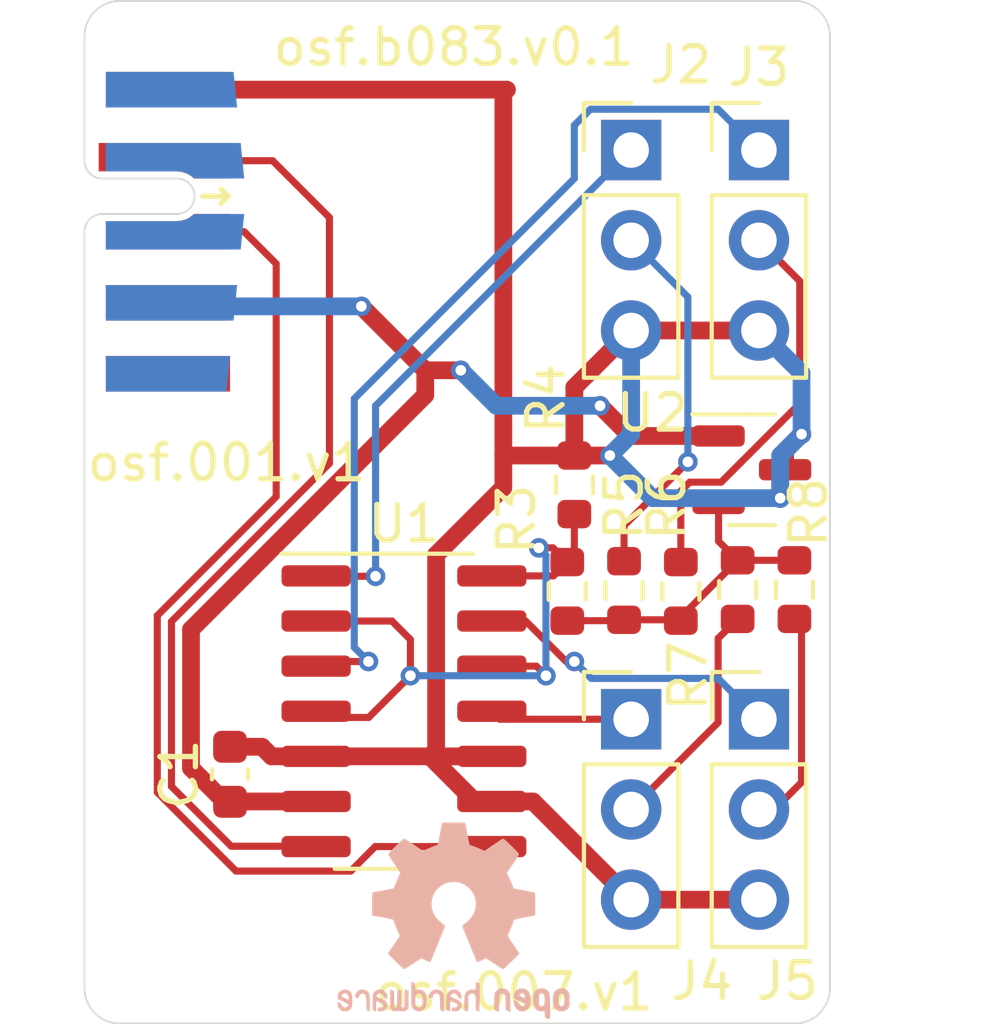
<source format=kicad_pcb>
(kicad_pcb (version 20211014) (generator pcbnew)
  (layers (0 "F.Cu" signal) (1 "In1.Cu" signal) (2 "In2.Cu" signal) (31 "B.Cu" signal) (34 "B.Paste" user) (35 "F.Paste" user) (36 "B.SilkS" user "B.Silkscreen") (37 "F.SilkS" user "F.Silkscreen") (38 "B.Mask" user) (39 "F.Mask" user) (44 "Edge.Cuts" user))
  (net 0 "")
  (net 1 "/5V")
  (net 2 "/3.3V")
  (net 3 "/ADC/SDA")
  (net 4 "/ADC/SCL")
  (net 6 "GND")
  (net 9 "/ADC/AD4+")
  (net 10 "Net-(R3-Pad1)")
  (net 11 "Net-(J2-Pad2)")
  (net 12 "/ADC/AD3+")
  (net 13 "Net-(J3-Pad2)")
  (net 14 "/ADC/AD2+")
  (net 15 "Net-(J4-Pad2)")
  (net 16 "/ADC/AD1-")
  (net 17 "/ADC/AD1+")
  (net 18 "Net-(J5-Pad2)")
  (footprint "on_edge:on_edge_2x05_device" (layer "F.Cu") (at 30 153.5 -90)
    (fp_text reference "J1")
    (fp_text value "001_I2C")
    (fp_line (start 0 0) (end 4 0) (layer "Edge.Cuts") (width 0.05))
    (fp_line (start -1.5 -2.6) (end -1.5 -0.5) (layer "Edge.Cuts") (width 0.05))
    (fp_line (start -0.5 -0.5) (end -0.5 -2.6) (layer "Edge.Cuts") (width 0.05))
    (fp_line (start -4 0) (end -2 0) (layer "Edge.Cuts") (width 0.05))
    (fp_arc (start 0 0) (mid -0.353553 -0.146447) (end -0.5 -0.5) (layer "Edge.Cuts") (width 0.05))
    (fp_arc (start -1.5 -2.6) (mid -1 -3.1) (end -0.5 -2.6) (layer "Edge.Cuts") (width 0.05))
    (fp_arc (start -1.5 -0.5) (mid -1.646447 -0.146447) (end -2 0) (layer "Edge.Cuts") (width 0.05))
    (pad "1" smd rect locked (at -4 -2.35 90) (size 1 3.5) (layers "F.Cu" "F.Mask") (net 6 "GND"))
    (pad "2" smd custom locked (at -2 -3.6 270) (size 1 1) (layers "F.Cu" "F.Mask") (net 3 "/ADC/SDA") (options (clearance outline) (anchor rect)) (primitives (gr_poly (pts (xy 0.5 0.52) (xy 0.48 0.54) (xy 0.44 0.59) (xy 0.4 0.65) (xy 0.37 0.7) (xy 0.35 0.75) (xy 0.33 0.81) (xy 0.31 0.89) (xy 0.3 1) (xy 0.3 3.2) (xy -0.5 3.2) (xy -0.5 -0.5) (xy 0.5 -0.5)) (width 0) (fill yes))))
    (pad "3" smd custom locked (at 0 -3.6 270) (size 1 1) (layers "F.Cu" "F.Mask") (net 4 "/ADC/SCL") (options (clearance outline) (anchor rect)) (primitives (gr_poly (pts (xy 0.5 3) (xy -0.3 3) (xy -0.3 1) (xy -0.31 0.89) (xy -0.33 0.81) (xy -0.35 0.75) (xy -0.37 0.7) (xy -0.4 0.65) (xy -0.44 0.59) (xy -0.48 0.54) (xy -0.5 0.52) (xy -0.5 -0.5) (xy 0.5 -0.5)) (width 0) (fill yes))))
    (pad "4" smd rect locked (at 2 -2.35 90) (size 1 3.5) (layers "F.Cu" "F.Mask"))
    (pad "5" smd rect locked (at 4 -2.35 90) (size 1 3.5) (layers "F.Cu" "F.Mask"))
    (pad "6" smd custom locked (at -4 -2.4 270) (size 1 3.6) (layers "B.Cu" "B.Mask") (options (clearance outline) (anchor rect)) (primitives (gr_poly (pts (xy 0.5 -1.8) (xy -0.5 -1.8) (xy 0.5 -1.9)) (width 0) (fill yes))))
    (pad "7" smd custom locked (at -2 -2.1 270) (size 0.4 0.4) (layers "B.Cu" "B.Mask") (options (clearance outline) (anchor rect)) (primitives (gr_poly (pts (xy 0.5 -0.99) (xy 0.48 -0.97) (xy 0.44 -0.92) (xy 0.4 -0.86) (xy 0.37 -0.81) (xy 0.35 -0.76) (xy 0.33 -0.7) (xy 0.31 -0.62) (xy 0.3 -0.51) (xy 0.3 1.5) (xy -0.5 1.5) (xy -0.5 -2.3) (xy 0.5 -2.4)) (width 0) (fill yes))))
    (pad "8" smd custom locked (at 0 -2.1 270) (size 0.4 0.4) (layers "B.Cu" "B.Mask") (options (clearance outline) (anchor rect)) (primitives (gr_poly (pts (xy 0.5 -2.3) (xy 0.5 1.5) (xy -0.3 1.5) (xy -0.3 -0.51) (xy -0.31 -0.62) (xy -0.33 -0.7) (xy -0.35 -0.76) (xy -0.37 -0.81) (xy -0.4 -0.86) (xy -0.44 -0.92) (xy -0.48 -0.97) (xy -0.5 -0.99) (xy -0.5 -2.4)) (width 0) (fill yes))))
    (pad "9" smd custom locked (at 2 -2.4 270) (size 1 3.6) (layers "B.Cu" "B.Mask") (net 2 "/3.3V") (options (clearance outline) (anchor rect)) (primitives (gr_poly (pts (xy 0.5 -1.8) (xy -0.5 -1.8) (xy -0.5 -1.9)) (width 0) (fill yes))))
    (pad "10" smd custom locked (at 4 -2.3 270) (size 1 3.4) (layers "B.Cu" "B.Mask") (net 1 "/5V") (options (clearance outline) (anchor rect)) (primitives (gr_poly (pts (xy 0.5 -1.7) (xy -0.5 -1.7) (xy -0.5 -1.8)) (width 0) (fill yes))))
  )
  (footprint "Connector_PinHeader_2.54mm:PinHeader_1x03_P2.54mm_Vertical" (layer "F.Cu") (at 45.4 151.2)
    (fp_text reference "J2" (at 1.4 -2.4) (layer "F.SilkS"))
    (fp_text value "Conn_01x03_Male")
    (pad "1" thru_hole rect locked (at 0 0) (size 1.7 1.7) (drill 1) (layers *.Cu *.Mask) (net 17 "/ADC/AD1+"))
    (pad "2" thru_hole oval locked (at 0 2.54) (size 1.7 1.7) (drill 1) (layers *.Cu *.Mask) (net 11 "Net-(J2-Pad2)"))
    (pad "3" thru_hole oval locked (at 0 5.08) (size 1.7 1.7) (drill 1) (layers *.Cu *.Mask) (net 6 "GND"))
  )
  (footprint "Package_SO:SOIC-14_3.9x8.7mm_P1.27mm" (layer "F.Cu") (at 39 167)
    (fp_text reference "U1" (at 0 -5.28) (layer "F.SilkS"))
    (fp_text value "MCP3428")
    (pad "1" smd roundrect locked (at -2.475 -3.81) (size 1.95 0.6) (layers "F.Cu" "F.Paste" "F.Mask") (net 17 "/ADC/AD1+"))
    (pad "2" smd roundrect locked (at -2.475 -2.54) (size 1.95 0.6) (layers "F.Cu" "F.Paste" "F.Mask") (net 16 "/ADC/AD1-"))
    (pad "3" smd roundrect locked (at -2.475 -1.27) (size 1.95 0.6) (layers "F.Cu" "F.Paste" "F.Mask") (net 14 "/ADC/AD2+"))
    (pad "4" smd roundrect locked (at -2.475 0) (size 1.95 0.6) (layers "F.Cu" "F.Paste" "F.Mask") (net 16 "/ADC/AD1-"))
    (pad "5" smd roundrect locked (at -2.475 1.27) (size 1.95 0.6) (layers "F.Cu" "F.Paste" "F.Mask") (net 6 "GND"))
    (pad "6" smd roundrect locked (at -2.475 2.54) (size 1.95 0.6) (layers "F.Cu" "F.Paste" "F.Mask") (net 2 "/3.3V"))
    (pad "7" smd roundrect locked (at -2.475 3.81) (size 1.95 0.6) (layers "F.Cu" "F.Paste" "F.Mask") (net 3 "/ADC/SDA"))
    (pad "8" smd roundrect locked (at 2.475 3.81) (size 1.95 0.6) (layers "F.Cu" "F.Paste" "F.Mask") (net 4 "/ADC/SCL"))
    (pad "9" smd roundrect locked (at 2.475 2.54) (size 1.95 0.6) (layers "F.Cu" "F.Paste" "F.Mask") (net 6 "GND"))
    (pad "10" smd roundrect locked (at 2.475 1.27) (size 1.95 0.6) (layers "F.Cu" "F.Paste" "F.Mask") (net 6 "GND"))
    (pad "11" smd roundrect locked (at 2.475 0) (size 1.95 0.6) (layers "F.Cu" "F.Paste" "F.Mask") (net 12 "/ADC/AD3+"))
    (pad "12" smd roundrect locked (at 2.475 -1.27) (size 1.95 0.6) (layers "F.Cu" "F.Paste" "F.Mask") (net 16 "/ADC/AD1-"))
    (pad "13" smd roundrect locked (at 2.475 -2.54) (size 1.95 0.6) (layers "F.Cu" "F.Paste" "F.Mask") (net 9 "/ADC/AD4+"))
    (pad "14" smd roundrect locked (at 2.475 -3.81) (size 1.95 0.6) (layers "F.Cu" "F.Paste" "F.Mask") (net 16 "/ADC/AD1-"))
  )
  (footprint "Connector_PinHeader_2.54mm:PinHeader_1x03_P2.54mm_Vertical" (layer "F.Cu") (at 49 151.2)
    (fp_text reference "J3" (at 0 -2.33) (layer "F.SilkS"))
    (fp_text value "Conn_01x03_Male")
    (pad "1" thru_hole rect locked (at 0 0) (size 1.7 1.7) (drill 1) (layers *.Cu *.Mask) (net 14 "/ADC/AD2+"))
    (pad "2" thru_hole oval locked (at 0 2.54) (size 1.7 1.7) (drill 1) (layers *.Cu *.Mask) (net 13 "Net-(J3-Pad2)"))
    (pad "3" thru_hole oval locked (at 0 5.08) (size 1.7 1.7) (drill 1) (layers *.Cu *.Mask) (net 6 "GND"))
  )
  (footprint "Package_TO_SOT_SMD:SOT-23" (layer "F.Cu") (at 48.8 160.2)
    (fp_text reference "U2" (at -2.8 -1.6) (layer "F.SilkS"))
    (fp_text value "REF3030")
    (pad "1" smd roundrect locked (at -0.9375 -0.95) (size 1.475 0.6) (layers "F.Cu" "F.Paste" "F.Mask") (net 2 "/3.3V"))
    (pad "2" smd roundrect locked (at -0.9375 0.95) (size 1.475 0.6) (layers "F.Cu" "F.Paste" "F.Mask") (net 10 "Net-(R3-Pad1)"))
    (pad "3" smd roundrect locked (at 0.9375 0) (size 1.475 0.6) (layers "F.Cu" "F.Paste" "F.Mask") (net 6 "GND"))
  )
  (footprint "Resistor_SMD:R_0603_1608Metric" (layer "F.Cu") (at 46.8 163.625 90)
    (fp_text reference "R6" (at 2.425 -0.4 90) (layer "F.SilkS"))
    (fp_text value "2k")
    (pad "1" smd roundrect locked (at -0.825 0 90) (size 0.8 0.95) (layers "F.Cu" "F.Paste" "F.Mask") (net 10 "Net-(R3-Pad1)"))
    (pad "2" smd roundrect locked (at 0.825 0 90) (size 0.8 0.95) (layers "F.Cu" "F.Paste" "F.Mask") (net 13 "Net-(J3-Pad2)"))
  )
  (footprint "Resistor_SMD:R_0603_1608Metric" (layer "F.Cu") (at 43.6 163.625 90)
    (fp_text reference "R3" (at 2.025 -1.43 90) (layer "F.SilkS"))
    (fp_text value "2k")
    (pad "1" smd roundrect locked (at -0.825 0 90) (size 0.8 0.95) (layers "F.Cu" "F.Paste" "F.Mask") (net 10 "Net-(R3-Pad1)"))
    (pad "2" smd roundrect locked (at 0.825 0 90) (size 0.8 0.95) (layers "F.Cu" "F.Paste" "F.Mask") (net 16 "/ADC/AD1-"))
  )
  (footprint "Connector_PinHeader_2.54mm:PinHeader_1x03_P2.54mm_Vertical" (layer "F.Cu") (at 45.4 167.225)
    (fp_text reference "J4" (at 2 7.375) (layer "F.SilkS"))
    (fp_text value "Conn_01x03_Male")
    (pad "1" thru_hole rect locked (at 0 0) (size 1.7 1.7) (drill 1) (layers *.Cu *.Mask) (net 12 "/ADC/AD3+"))
    (pad "2" thru_hole oval locked (at 0 2.54) (size 1.7 1.7) (drill 1) (layers *.Cu *.Mask) (net 15 "Net-(J4-Pad2)"))
    (pad "3" thru_hole oval locked (at 0 5.08) (size 1.7 1.7) (drill 1) (layers *.Cu *.Mask) (net 6 "GND"))
  )
  (footprint "Connector_PinHeader_2.54mm:PinHeader_1x03_P2.54mm_Vertical" (layer "F.Cu") (at 49 167.225)
    (fp_text reference "J5" (at 0.8 7.375) (layer "F.SilkS"))
    (fp_text value "Conn_01x03_Male")
    (pad "1" thru_hole rect locked (at 0 0) (size 1.7 1.7) (drill 1) (layers *.Cu *.Mask) (net 9 "/ADC/AD4+"))
    (pad "2" thru_hole oval locked (at 0 2.54) (size 1.7 1.7) (drill 1) (layers *.Cu *.Mask) (net 18 "Net-(J5-Pad2)"))
    (pad "3" thru_hole oval locked (at 0 5.08) (size 1.7 1.7) (drill 1) (layers *.Cu *.Mask) (net 6 "GND"))
  )
  (footprint "Capacitor_SMD:C_0603_1608Metric" (layer "F.Cu") (at 34.1 168.775 90)
    (fp_text reference "C1" (at 0 -1.43 90) (layer "F.SilkS"))
    (fp_text value "100nF")
    (pad "1" smd roundrect locked (at -0.775 0 90) (size 0.9 0.95) (layers "F.Cu" "F.Paste" "F.Mask") (net 2 "/3.3V"))
    (pad "2" smd roundrect locked (at 0.775 0 90) (size 0.9 0.95) (layers "F.Cu" "F.Paste" "F.Mask") (net 6 "GND"))
  )
  (footprint "Resistor_SMD:R_0603_1608Metric" (layer "F.Cu") (at 43.8 160.625 90)
    (fp_text reference "R4" (at 2.425 -0.8 90) (layer "F.SilkS"))
    (fp_text value "80R")
    (pad "1" smd roundrect locked (at -0.825 0 90) (size 0.8 0.95) (layers "F.Cu" "F.Paste" "F.Mask") (net 16 "/ADC/AD1-"))
    (pad "2" smd roundrect locked (at 0.825 0 90) (size 0.8 0.95) (layers "F.Cu" "F.Paste" "F.Mask") (net 6 "GND"))
  )
  (footprint "Resistor_SMD:R_0603_1608Metric" (layer "F.Cu") (at 45.2 163.6 90)
    (fp_text reference "R5" (at 2.4 0 90) (layer "F.SilkS"))
    (fp_text value "2k")
    (pad "1" smd roundrect locked (at -0.825 0 90) (size 0.8 0.95) (layers "F.Cu" "F.Paste" "F.Mask") (net 10 "Net-(R3-Pad1)"))
    (pad "2" smd roundrect locked (at 0.825 0 90) (size 0.8 0.95) (layers "F.Cu" "F.Paste" "F.Mask") (net 11 "Net-(J2-Pad2)"))
  )
  (footprint "Resistor_SMD:R_0603_1608Metric" (layer "F.Cu") (at 50 163.575 -90)
    (fp_text reference "R8" (at -2.175 -0.4 90) (layer "F.SilkS"))
    (fp_text value "2k")
    (pad "1" smd roundrect locked (at -0.825 0 270) (size 0.8 0.95) (layers "F.Cu" "F.Paste" "F.Mask") (net 10 "Net-(R3-Pad1)"))
    (pad "2" smd roundrect locked (at 0.825 0 270) (size 0.8 0.95) (layers "F.Cu" "F.Paste" "F.Mask") (net 18 "Net-(J5-Pad2)"))
  )
  (footprint "Resistor_SMD:R_0603_1608Metric" (layer "F.Cu") (at 48.4 163.575 -90)
    (fp_text reference "R7" (at 2.425 1.4 90) (layer "F.SilkS"))
    (fp_text value "2k")
    (pad "1" smd roundrect locked (at -0.825 0 270) (size 0.8 0.95) (layers "F.Cu" "F.Paste" "F.Mask") (net 10 "Net-(R3-Pad1)"))
    (pad "2" smd roundrect locked (at 0.825 0 270) (size 0.8 0.95) (layers "F.Cu" "F.Paste" "F.Mask") (net 15 "Net-(J4-Pad2)"))
  )
  (footprint "Symbol:OSHW-Logo2_7.3x6mm_SilkScreen" (layer "B.Cu") (at 40.4 172.892893 180)
    (fp_text reference "l1" hide)
    (fp_text value "Logo_Open_Hardware_Larg" hide)
  )
  (gr_line (start 31 175.792893) (end 36.5 175.792893) (layer "Edge.Cuts") (width 0.05))
  (gr_line (start 51 149.5) (end 51 148) (layer "Edge.Cuts") (width 0.05))
  (gr_arc (start 31 175.792893) (mid 30.292893 175.5) (end 30 174.792893) (layer "Edge.Cuts") (width 0.05))
  (gr_arc (start 50 147) (mid 50.707107 147.292893) (end 51 148) (layer "Edge.Cuts") (width 0.05))
  (gr_arc (start 51 174.792893) (mid 50.707107 175.5) (end 50 175.792893) (layer "Edge.Cuts") (width 0.05))
  (gr_line (start 30 157.5) (end 30 174.792893) (layer "Edge.Cuts") (width 0.05))
  (gr_arc (start 30 148) (mid 30.292893 147.292893) (end 31 147) (layer "Edge.Cuts") (width 0.05))
  (gr_line (start 36.5 147) (end 31 147) (layer "Edge.Cuts") (width 0.05))
  (gr_line (start 36.5 147) (end 50 147) (layer "Edge.Cuts") (width 0.05))
  (gr_line (start 30 149.5) (end 30 148) (layer "Edge.Cuts") (width 0.05))
  (gr_line (start 50 175.792893) (end 36.5 175.792893) (layer "Edge.Cuts") (width 0.05))
  (gr_line (start 51 174.792893) (end 51 149.5) (layer "Edge.Cuts") (width 0.05))
  (gr_text "osf.007.v1" (at 42.1 174.9) (layer "F.SilkS") (effects (font (size 1 1))))
  (gr_text "osf.b083.v0.1" (at 40.4 148.3) (layer "F.SilkS") (effects (font (size 1 1))))
  (gr_text "osf.001.v1" (at 34 160) (layer "F.SilkS") (effects (font (size 1 1))))
  (segment (start 34.1 169.55) (end 33.95 169.55) (width 0.5) (layer "F.Cu") (net 2))
  (segment (start 40.6 157.4) (end 39.6 157.4) (width 0.5) (layer "F.Cu") (net 2))
  (segment (start 33 164.7) (end 39.6 158.1) (width 0.5) (layer "F.Cu") (net 2))
  (segment (start 47.8625 159.25) (end 45.3745 159.25) (width 0.5) (layer "F.Cu") (net 2))
  (segment (start 33 168.6) (end 33 164.7) (width 0.5) (layer "F.Cu") (net 2))
  (segment (start 33.95 169.55) (end 33 168.6) (width 0.5) (layer "F.Cu") (net 2))
  (segment (start 36.525 169.54) (end 34.11 169.54) (width 0.5) (layer "F.Cu") (net 2))
  (segment (start 39.6 158.1) (end 39.6 157.4) (width 0.5) (layer "F.Cu") (net 2))
  (segment (start 34.11 169.54) (end 34.1 169.55) (width 0.5) (layer "F.Cu") (net 2))
  (segment (start 45.3745 159.25) (end 44.5245 158.4) (width 0.5) (layer "F.Cu") (net 2))
  (segment (start 39.6 157.4) (end 37.8 155.6) (width 0.5) (layer "F.Cu") (net 2))
  (via (at 37.8 155.6) (size 0.55) (drill 0.3) (layers "F.Cu" "B.Cu") (net 2))
  (via (at 40.6 157.4) (size 0.55) (drill 0.3) (layers "F.Cu" "B.Cu") (net 2))
  (via (at 44.5245 158.4) (size 0.55) (drill 0.3) (layers "F.Cu" "B.Cu") (net 2))
  (segment (start 44.5245 158.4) (end 41.6 158.4) (width 0.5) (layer "B.Cu") (net 2))
  (segment (start 37.8 155.6) (end 32.5 155.6) (width 0.5) (layer "B.Cu") (net 2))
  (segment (start 41.6 158.4) (end 40.6 157.4) (width 0.5) (layer "B.Cu") (net 2))
  (segment (start 32.5 155.6) (end 32.4 155.5) (width 0.5) (layer "B.Cu") (net 2))
  (segment (start 32.450481 164.472381) (end 32.45048 169.117263) (width 0.2) (layer "F.Cu") (net 3))
  (segment (start 33.6 151.5) (end 35.3 151.5) (width 0.2) (layer "F.Cu") (net 3))
  (segment (start 35.3 151.5) (end 36.9 153.1) (width 0.2) (layer "F.Cu") (net 3))
  (segment (start 36.9 153.1) (end 36.9 160.022862) (width 0.2) (layer "F.Cu") (net 3))
  (segment (start 34.133217 170.8) (end 36.515 170.8) (width 0.2) (layer "F.Cu") (net 3))
  (segment (start 32.45048 169.117263) (end 34.133217 170.8) (width 0.2) (layer "F.Cu") (net 3))
  (segment (start 36.515 170.8) (end 36.525 170.81) (width 0.2) (layer "F.Cu") (net 3))
  (segment (start 36.9 160.022862) (end 32.450481 164.472381) (width 0.2) (layer "F.Cu") (net 3))
  (segment (start 32.050962 164.306894) (end 32.050961 169.28275) (width 0.2) (layer "F.Cu") (net 4))
  (segment (start 35.4 160.957856) (end 32.050962 164.306894) (width 0.2) (layer "F.Cu") (net 4))
  (segment (start 38.19 170.81) (end 41.475 170.81) (width 0.2) (layer "F.Cu") (net 4))
  (segment (start 37.5 171.5) (end 38.19 170.81) (width 0.2) (layer "F.Cu") (net 4))
  (segment (start 32.050961 169.28275) (end 34.268211 171.5) (width 0.2) (layer "F.Cu") (net 4))
  (segment (start 33.6 153.5) (end 34.5 153.5) (width 0.2) (layer "F.Cu") (net 4))
  (segment (start 35.4 154.4) (end 35.4 160.957856) (width 0.2) (layer "F.Cu") (net 4))
  (segment (start 34.268211 171.5) (end 37.5 171.5) (width 0.2) (layer "F.Cu") (net 4))
  (segment (start 34.5 153.5) (end 35.4 154.4) (width 0.2) (layer "F.Cu") (net 4))
  (segment (start 41 169.54) (end 39.73 168.27) (width 0.5) (layer "F.Cu") (net 6))
  (segment (start 35.27 168.27) (end 36.525 168.27) (width 0.5) (layer "F.Cu") (net 6))
  (segment (start 39.73 168.27) (end 39.906286 168.093714) (width 0.5) (layer "F.Cu") (net 6))
  (segment (start 45.4 156.28) (end 49 156.28) (width 0.5) (layer "F.Cu") (net 6))
  (segment (start 49.7375 160.2) (end 49.7375 159.6625) (width 0.5) (layer "F.Cu") (net 6))
  (segment (start 39.906286 168.093714) (end 39.906286 162.593714) (width 0.5) (layer "F.Cu") (net 6))
  (segment (start 41.8 159.8) (end 41.8 149.6) (width 0.5) (layer "F.Cu") (net 6))
  (segment (start 45.4 172.305) (end 42.635 169.54) (width 0.5) (layer "F.Cu") (net 6))
  (segment (start 43.8 159.8) (end 43.8 157.88) (width 0.5) (layer "F.Cu") (net 6))
  (segment (start 32.35 149.5) (end 41.9 149.5) (width 0.5) (layer "F.Cu") (net 6))
  (segment (start 39.906286 162.593714) (end 41.8 160.7) (width 0.5) (layer "F.Cu") (net 6))
  (segment (start 42.635 169.54) (end 41.475 169.54) (width 0.5) (layer "F.Cu") (net 6))
  (segment (start 49 172.305) (end 45.4 172.305) (width 0.5) (layer "F.Cu") (net 6))
  (segment (start 36.525 168.27) (end 39.73 168.27) (width 0.5) (layer "F.Cu") (net 6))
  (segment (start 49.7375 159.6625) (end 50.2 159.2) (width 0.5) (layer "F.Cu") (net 6))
  (segment (start 35 168) (end 35.27 168.27) (width 0.5) (layer "F.Cu") (net 6))
  (segment (start 49.6 161) (end 49.6 160.3375) (width 0.5) (layer "F.Cu") (net 6))
  (segment (start 49.6 160.3375) (end 49.7375 160.2) (width 0.5) (layer "F.Cu") (net 6))
  (segment (start 41.8 160.7) (end 41.8 159.8) (width 0.5) (layer "F.Cu") (net 6))
  (segment (start 43.8 159.8) (end 41.8 159.8) (width 0.5) (layer "F.Cu") (net 6))
  (segment (start 43.8 159.8) (end 44.8 159.8) (width 0.5) (layer "F.Cu") (net 6))
  (segment (start 34.1 168) (end 35 168) (width 0.5) (layer "F.Cu") (net 6))
  (segment (start 41.475 169.54) (end 41 169.54) (width 0.5) (layer "F.Cu") (net 6))
  (segment (start 43.8 157.88) (end 45.4 156.28) (width 0.5) (layer "F.Cu") (net 6))
  (segment (start 41.8 149.6) (end 41.9 149.5) (width 0.5) (layer "F.Cu") (net 6))
  (segment (start 39.73 168.27) (end 41.475 168.27) (width 0.5) (layer "F.Cu") (net 6))
  (via (at 44.8 159.8) (size 0.55) (drill 0.3) (layers "F.Cu" "B.Cu") (net 6))
  (via (at 49.6 161) (size 0.55) (drill 0.3) (layers "F.Cu" "B.Cu") (net 6))
  (via (at 50.2 159.2) (size 0.55) (drill 0.3) (layers "F.Cu" "B.Cu") (net 6))
  (segment (start 50.2 159.2) (end 50.2 157.48) (width 0.5) (layer "B.Cu") (net 6))
  (segment (start 44.8 159.8) (end 45.4 159.2) (width 0.5) (layer "B.Cu") (net 6))
  (segment (start 50.2 157.48) (end 49 156.28) (width 0.5) (layer "B.Cu") (net 6))
  (segment (start 44.8 159.8) (end 46 161) (width 0.5) (layer "B.Cu") (net 6))
  (segment (start 45.4 159.2) (end 45.4 156.28) (width 0.5) (layer "B.Cu") (net 6))
  (segment (start 46 161) (end 49.6 161) (width 0.5) (layer "B.Cu") (net 6))
  (segment (start 49.6 159.8) (end 50.2 159.2) (width 0.5) (layer "B.Cu") (net 6))
  (segment (start 49.6 161) (end 49.6 159.8) (width 0.5) (layer "B.Cu") (net 6))
  (segment (start 43.568573 165.6) (end 42.428573 164.46) (width 0.2) (layer "F.Cu") (net 9))
  (segment (start 42.428573 164.46) (end 41.475 164.46) (width 0.2) (layer "F.Cu") (net 9))
  (segment (start 43.8 165.6) (end 43.568573 165.6) (width 0.2) (layer "F.Cu") (net 9))
  (via (at 43.8 165.6) (size 0.55) (drill 0.3) (layers "F.Cu" "B.Cu") (net 9))
  (segment (start 47.850489 166.075489) (end 44.275489 166.075489) (width 0.2) (layer "B.Cu") (net 9))
  (segment (start 44.275489 166.075489) (end 43.8 165.6) (width 0.2) (layer "B.Cu") (net 9))
  (segment (start 49 167.225) (end 47.850489 166.075489) (width 0.2) (layer "B.Cu") (net 9))
  (segment (start 45.2 164.425) (end 46.775 164.425) (width 0.2) (layer "F.Cu") (net 10))
  (segment (start 46.775 164.425) (end 46.8 164.45) (width 0.2) (layer "F.Cu") (net 10))
  (segment (start 47.8625 161.15) (end 47.8625 162.2125) (width 0.2) (layer "F.Cu") (net 10))
  (segment (start 46.8 164.35) (end 48.4 162.75) (width 0.2) (layer "F.Cu") (net 10))
  (segment (start 47.8625 162.2125) (end 48.4 162.75) (width 0.2) (layer "F.Cu") (net 10))
  (segment (start 45.175 164.45) (end 45.2 164.425) (width 0.2) (layer "F.Cu") (net 10))
  (segment (start 43.6 164.45) (end 45.175 164.45) (width 0.2) (layer "F.Cu") (net 10))
  (segment (start 48.4 162.75) (end 50 162.75) (width 0.2) (layer "F.Cu") (net 10))
  (segment (start 46.8 164.45) (end 46.8 164.35) (width 0.2) (layer "F.Cu") (net 10))
  (segment (start 45.2 161.776337) (end 46.998047 159.97829) (width 0.2) (layer "F.Cu") (net 11))
  (segment (start 45.2 162.775) (end 45.2 161.776337) (width 0.2) (layer "F.Cu") (net 11))
  (via (at 46.998047 159.97829) (size 0.55) (drill 0.3) (layers "F.Cu" "B.Cu") (net 11))
  (segment (start 46.998047 155.338047) (end 45.4 153.74) (width 0.2) (layer "B.Cu") (net 11))
  (segment (start 46.998047 159.97829) (end 46.998047 155.338047) (width 0.2) (layer "B.Cu") (net 11))
  (segment (start 41.475 167) (end 41.7 167.225) (width 0.2) (layer "F.Cu") (net 12))
  (segment (start 41.7 167.225) (end 45.4 167.225) (width 0.2) (layer "F.Cu") (net 12))
  (segment (start 50.149511 158.336206) (end 50.149511 154.889511) (width 0.2) (layer "F.Cu") (net 13))
  (segment (start 47.04952 160.55048) (end 47.935237 160.55048) (width 0.2) (layer "F.Cu") (net 13))
  (segment (start 46.8 160.8) (end 47.04952 160.55048) (width 0.2) (layer "F.Cu") (net 13))
  (segment (start 50.149511 154.889511) (end 49 153.74) (width 0.2) (layer "F.Cu") (net 13))
  (segment (start 47.935237 160.55048) (end 50.149511 158.336206) (width 0.2) (layer "F.Cu") (net 13))
  (segment (start 46.8 162.8) (end 46.8 160.8) (width 0.2) (layer "F.Cu") (net 13))
  (segment (start 36.655 165.6) (end 36.525 165.73) (width 0.2) (layer "F.Cu") (net 14))
  (segment (start 38 165.6) (end 36.655 165.6) (width 0.2) (layer "F.Cu") (net 14))
  (via (at 38 165.6) (size 0.55) (drill 0.3) (layers "F.Cu" "B.Cu") (net 14))
  (segment (start 43.8 150.500978) (end 43.8 152) (width 0.2) (layer "B.Cu") (net 14))
  (segment (start 37.6 165.2) (end 38 165.6) (width 0.2) (layer "B.Cu") (net 14))
  (segment (start 43.8 152) (end 37.6 158.2) (width 0.2) (layer "B.Cu") (net 14))
  (segment (start 47.850489 150.050489) (end 44.250489 150.050489) (width 0.2) (layer "B.Cu") (net 14))
  (segment (start 44.250489 150.050489) (end 43.8 150.500978) (width 0.2) (layer "B.Cu") (net 14))
  (segment (start 37.6 160.8) (end 37.6 165.2) (width 0.2) (layer "B.Cu") (net 14))
  (segment (start 37.6 158.2) (end 37.6 160.8) (width 0.2) (layer "B.Cu") (net 14))
  (segment (start 49 151.2) (end 47.850489 150.050489) (width 0.2) (layer "B.Cu") (net 14))
  (segment (start 47.850489 167.314511) (end 47.850489 164.949511) (width 0.2) (layer "F.Cu") (net 15))
  (segment (start 45.4 169.765) (end 47.850489 167.314511) (width 0.2) (layer "F.Cu") (net 15))
  (segment (start 47.850489 164.949511) (end 48.4 164.4) (width 0.2) (layer "F.Cu") (net 15))
  (segment (start 36.699511 167.174511) (end 36.525 167) (width 0.2) (layer "F.Cu") (net 16))
  (segment (start 43.8 162.6) (end 43.6 162.8) (width 0.2) (layer "F.Cu") (net 16))
  (segment (start 39.181786 164.981786) (end 38.66 164.46) (width 0.2) (layer "F.Cu") (net 16))
  (segment (start 41.475 163.19) (end 43.21 163.19) (width 0.2) (layer "F.Cu") (net 16))
  (segment (start 43.2 162.4) (end 43.6 162.8) (width 0.2) (layer "F.Cu") (net 16))
  (segment (start 43.21 163.19) (end 43.6 162.8) (width 0.2) (layer "F.Cu") (net 16))
  (segment (start 38.007275 167.174511) (end 36.699511 167.174511) (width 0.2) (layer "F.Cu") (net 16))
  (segment (start 43.8 161.45) (end 43.8 162.6) (width 0.2) (layer "F.Cu") (net 16))
  (segment (start 39.181786 166) (end 38.007275 167.174511) (width 0.2) (layer "F.Cu") (net 16))
  (segment (start 42.73 165.73) (end 43 166) (width 0.2) (layer "F.Cu") (net 16))
  (segment (start 41.475 165.73) (end 42.73 165.73) (width 0.2) (layer "F.Cu") (net 16))
  (segment (start 39.181786 166) (end 39.181786 164.981786) (width 0.2) (layer "F.Cu") (net 16))
  (segment (start 38.66 164.46) (end 36.525 164.46) (width 0.2) (layer "F.Cu") (net 16))
  (segment (start 42.8 162.4) (end 43.2 162.4) (width 0.2) (layer "F.Cu") (net 16))
  (via (at 43 166) (size 0.55) (drill 0.3) (layers "F.Cu" "B.Cu") (net 16))
  (via (at 42.8 162.4) (size 0.55) (drill 0.3) (layers "F.Cu" "B.Cu") (net 16))
  (via (at 39.181786 166) (size 0.55) (drill 0.3) (layers "F.Cu" "B.Cu") (net 16))
  (segment (start 39.181786 166) (end 43 166) (width 0.2) (layer "B.Cu") (net 16))
  (segment (start 43 162.6) (end 42.8 162.4) (width 0.2) (layer "B.Cu") (net 16))
  (segment (start 43 166) (end 43 162.6) (width 0.2) (layer "B.Cu") (net 16))
  (segment (start 38.2 163.2) (end 36.535 163.2) (width 0.2) (layer "F.Cu") (net 17))
  (segment (start 36.535 163.2) (end 36.525 163.19) (width 0.2) (layer "F.Cu") (net 17))
  (via (at 38.2 163.2) (size 0.55) (drill 0.3) (layers "F.Cu" "B.Cu") (net 17))
  (segment (start 38.2 158.4) (end 38.2 163.2) (width 0.2) (layer "B.Cu") (net 17))
  (segment (start 45.4 151.2) (end 38.2 158.4) (width 0.2) (layer "B.Cu") (net 17))
  (segment (start 50 164.4) (end 50.2 164.6) (width 0.2) (layer "F.Cu") (net 18))
  (segment (start 50.2 164.6) (end 50.2 169) (width 0.2) (layer "F.Cu") (net 18))
  (segment (start 50.2 169) (end 49.435 169.765) (width 0.2) (layer "F.Cu") (net 18))
  (segment (start 49.435 169.765) (end 49 169.765) (width 0.2) (layer "F.Cu") (net 18))
)
</source>
